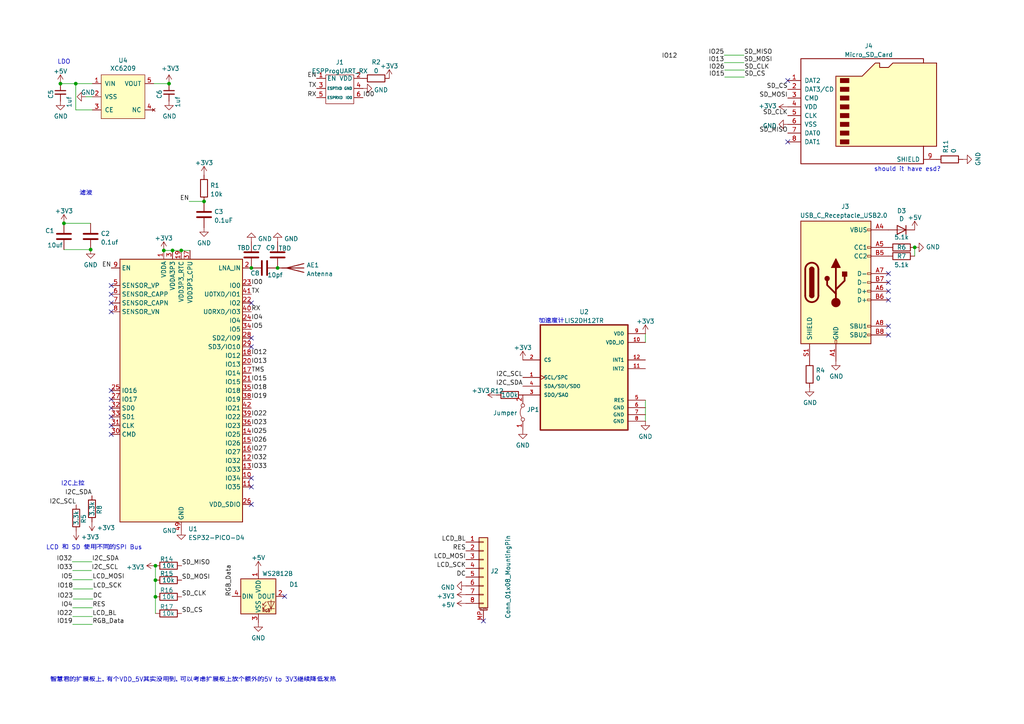
<source format=kicad_sch>
(kicad_sch (version 20211123) (generator eeschema)
  (paper "A4")
  (lib_symbols
    (symbol "Connector:Micro_SD_Card" (pin_names (offset 1.016))
      (property "Reference" "J" (at -16.51 15.24 0))
      (property "Value" "Micro_SD_Card" (at 16.51 15.24 0))
      (symbol "Micro_SD_Card_0_1"
        (rectangle (start -7.62 -9.525) (end -5.08 -10.795) (fill (type outline)))
        (rectangle (start -7.62 -6.985) (end -5.08 -8.255) (fill (type outline)))
        (rectangle (start -7.62 -4.445) (end -5.08 -5.715) (fill (type outline)))
        (rectangle (start -7.62 -1.905) (end -5.08 -3.175) (fill (type outline)))
        (rectangle (start -7.62 0.635) (end -5.08 -0.635) (fill (type outline)))
        (rectangle (start -7.62 3.175) (end -5.08 1.905) (fill (type outline)))
        (rectangle (start -7.62 5.715) (end -5.08 4.445) (fill (type outline)))
        (rectangle (start -7.62 8.255) (end -5.08 6.985) (fill (type outline)))
        (polyline (pts (xy 16.51 12.7) (xy 16.51 13.97) (xy -19.05 13.97) (xy -19.05 -16.51) (xy 16.51 -16.51) (xy 16.51 -11.43)) (stroke (width 0.254)))
        (polyline (pts (xy -8.89 -11.43) (xy -8.89 8.89) (xy -1.27 8.89) (xy 2.54 12.7) (xy 3.81 12.7) (xy 3.81 11.43) (xy 6.35 11.43) (xy 7.62 12.7) (xy 20.32 12.7) (xy 20.32 -11.43) (xy -8.89 -11.43)) (stroke (width 0.254)) (fill (type background)))
      )
      (symbol "Micro_SD_Card_1_1"
        (pin bidirectional line (at -22.86 7.62 0) (length 3.81) (name "DAT2") (number "1"))
        (pin bidirectional line (at -22.86 5.08 0) (length 3.81) (name "DAT3/CD") (number "2"))
        (pin input line (at -22.86 2.54 0) (length 3.81) (name "CMD") (number "3"))
        (pin power_in line (at -22.86 0 0) (length 3.81) (name "VDD") (number "4"))
        (pin input line (at -22.86 -2.54 0) (length 3.81) (name "CLK") (number "5"))
        (pin power_in line (at -22.86 -5.08 0) (length 3.81) (name "VSS") (number "6"))
        (pin bidirectional line (at -22.86 -7.62 0) (length 3.81) (name "DAT0") (number "7"))
        (pin bidirectional line (at -22.86 -10.16 0) (length 3.81) (name "DAT1") (number "8"))
        (pin passive line (at 20.32 -15.24 180) (length 3.81) (name "SHIELD") (number "9"))
      )
    )
    (symbol "Connector:USB_C_Receptacle_USB2.0" (pin_names (offset 1.016))
      (property "Reference" "J" (at -10.16 19.05 0))
      (property "Value" "USB_C_Receptacle_USB2.0" (at 19.05 19.05 0))
      (symbol "USB_C_Receptacle_USB2.0_0_0"
        (rectangle (start -0.254 -17.78) (end 0.254 -16.764))
        (rectangle (start 10.16 -14.986) (end 9.144 -15.494))
        (rectangle (start 10.16 -12.446) (end 9.144 -12.954))
        (rectangle (start 10.16 -4.826) (end 9.144 -5.334))
        (rectangle (start 10.16 -2.286) (end 9.144 -2.794))
        (rectangle (start 10.16 0.254) (end 9.144 -0.254))
        (rectangle (start 10.16 2.794) (end 9.144 2.286))
        (rectangle (start 10.16 7.874) (end 9.144 7.366))
        (rectangle (start 10.16 10.414) (end 9.144 9.906))
        (rectangle (start 10.16 15.494) (end 9.144 14.986))
      )
      (symbol "USB_C_Receptacle_USB2.0_0_1"
        (rectangle (start -10.16 17.78) (end 10.16 -17.78) (stroke (width 0.254)) (fill (type background)))
        (arc (start -8.89 -3.81) (mid -6.985 -5.715) (end -5.08 -3.81) (stroke (width 0.508)))
        (arc (start -7.62 -3.81) (mid -6.985 -4.445) (end -6.35 -3.81) (stroke (width 0.254)))
        (arc (start -7.62 -3.81) (mid -6.985 -4.445) (end -6.35 -3.81) (stroke (width 0.254)) (fill (type outline)))
        (rectangle (start -7.62 -3.81) (end -6.35 3.81) (stroke (width 0.254)) (fill (type outline)))
        (arc (start -6.35 3.81) (mid -6.985 4.445) (end -7.62 3.81) (stroke (width 0.254)))
        (arc (start -6.35 3.81) (mid -6.985 4.445) (end -7.62 3.81) (stroke (width 0.254)) (fill (type outline)))
        (arc (start -5.08 3.81) (mid -6.985 5.715) (end -8.89 3.81) (stroke (width 0.508)))
        (circle (center -2.54 1.143) (radius 0.635) (stroke (width 0.254)) (fill (type outline)))
        (circle (center 0 -5.842) (radius 1.27) (fill (type outline)))
        (polyline (pts (xy -8.89 -3.81) (xy -8.89 3.81)) (stroke (width 0.508)))
        (polyline (pts (xy -5.08 3.81) (xy -5.08 -3.81)) (stroke (width 0.508)))
        (polyline (pts (xy 0 -5.842) (xy 0 4.318)) (stroke (width 0.508)))
        (polyline (pts (xy 0 -3.302) (xy -2.54 -0.762) (xy -2.54 0.508)) (stroke (width 0.508)))
        (polyline (pts (xy 0 -2.032) (xy 2.54 0.508) (xy 2.54 1.778)) (stroke (width 0.508)))
        (polyline (pts (xy -1.27 4.318) (xy 0 6.858) (xy 1.27 4.318) (xy -1.27 4.318)) (stroke (width 0.254)) (fill (type outline)))
        (rectangle (start 1.905 1.778) (end 3.175 3.048) (stroke (width 0.254)) (fill (type outline)))
      )
      (symbol "USB_C_Receptacle_USB2.0_1_1"
        (pin passive line (at 0 -22.86 90) (length 5.08) (name "GND") (number "A1"))
        (pin passive line (at 0 -22.86 90) (length 5.08) hide (name "GND") (number "A12"))
        (pin passive line (at 15.24 15.24 180) (length 5.08) (name "VBUS") (number "A4"))
        (pin bidirectional line (at 15.24 10.16 180) (length 5.08) (name "CC1") (number "A5"))
        (pin bidirectional line (at 15.24 -2.54 180) (length 5.08) (name "D+") (number "A6"))
        (pin bidirectional line (at 15.24 2.54 180) (length 5.08) (name "D-") (number "A7"))
        (pin bidirectional line (at 15.24 -12.7 180) (length 5.08) (name "SBU1") (number "A8"))
        (pin passive line (at 15.24 15.24 180) (length 5.08) hide (name "VBUS") (number "A9"))
        (pin passive line (at 0 -22.86 90) (length 5.08) hide (name "GND") (number "B1"))
        (pin passive line (at 0 -22.86 90) (length 5.08) hide (name "GND") (number "B12"))
        (pin passive line (at 15.24 15.24 180) (length 5.08) hide (name "VBUS") (number "B4"))
        (pin bidirectional line (at 15.24 7.62 180) (length 5.08) (name "CC2") (number "B5"))
        (pin bidirectional line (at 15.24 -5.08 180) (length 5.08) (name "D+") (number "B6"))
        (pin bidirectional line (at 15.24 0 180) (length 5.08) (name "D-") (number "B7"))
        (pin bidirectional line (at 15.24 -15.24 180) (length 5.08) (name "SBU2") (number "B8"))
        (pin passive line (at 15.24 15.24 180) (length 5.08) hide (name "VBUS") (number "B9"))
        (pin passive line (at -7.62 -22.86 90) (length 5.08) (name "SHIELD") (number "S1"))
      )
    )
    (symbol "Connector_Generic_MountingPin:Conn_01x08_MountingPin" (pin_names (offset 1.016) hide)
      (property "Reference" "J" (at 0 10.16 0))
      (property "Value" "Conn_01x08_MountingPin" (at 1.27 -12.7 0))
      (symbol "Conn_01x08_MountingPin_1_1"
        (rectangle (start -1.27 -10.033) (end 0 -10.287) (stroke (width 0.1524)))
        (rectangle (start -1.27 -7.493) (end 0 -7.747) (stroke (width 0.1524)))
        (rectangle (start -1.27 -4.953) (end 0 -5.207) (stroke (width 0.1524)))
        (rectangle (start -1.27 -2.413) (end 0 -2.667) (stroke (width 0.1524)))
        (rectangle (start -1.27 0.127) (end 0 -0.127) (stroke (width 0.1524)))
        (rectangle (start -1.27 2.667) (end 0 2.413) (stroke (width 0.1524)))
        (rectangle (start -1.27 5.207) (end 0 4.953) (stroke (width 0.1524)))
        (rectangle (start -1.27 7.747) (end 0 7.493) (stroke (width 0.1524)))
        (rectangle (start -1.27 8.89) (end 1.27 -11.43) (stroke (width 0.254)) (fill (type background)))
        (polyline (pts (xy -1.016 -12.192) (xy 1.016 -12.192)) (stroke (width 0.1524)))
        (text "Mounting" (at 0 -11.811 0) (effects (font (size 0.381 0.381))))
        (pin passive line (at -5.08 7.62 0) (length 3.81) (name "Pin_1") (number "1"))
        (pin passive line (at -5.08 5.08 0) (length 3.81) (name "Pin_2") (number "2"))
        (pin passive line (at -5.08 2.54 0) (length 3.81) (name "Pin_3") (number "3"))
        (pin passive line (at -5.08 0 0) (length 3.81) (name "Pin_4") (number "4"))
        (pin passive line (at -5.08 -2.54 0) (length 3.81) (name "Pin_5") (number "5"))
        (pin passive line (at -5.08 -5.08 0) (length 3.81) (name "Pin_6") (number "6"))
        (pin passive line (at -5.08 -7.62 0) (length 3.81) (name "Pin_7") (number "7"))
        (pin passive line (at -5.08 -10.16 0) (length 3.81) (name "Pin_8") (number "8"))
        (pin passive line (at 0 -15.24 90) (length 3.048) (name "MountPin") (number "MP"))
      )
    )
    (symbol "Device:Antenna" (pin_numbers hide) (pin_names (offset 1.016) hide)
      (property "Reference" "AE" (at -1.905 1.905 0))
      (property "Value" "Antenna" (at -1.905 0 0))
      (symbol "Antenna_0_1"
        (polyline (pts (xy 0 2.54) (xy 0 -3.81)) (stroke (width 0.254)))
        (polyline (pts (xy 1.27 2.54) (xy 0 -2.54) (xy -1.27 2.54)) (stroke (width 0.254)))
      )
      (symbol "Antenna_1_1"
        (pin input line (at 0 -5.08 90) (length 2.54) (name "A") (number "1"))
      )
    )
    (symbol "Device:C" (pin_numbers hide) (pin_names (offset 0.254))
      (property "Reference" "C" (at 0.635 2.54 0))
      (property "Value" "C" (at 0.635 -2.54 0))
      (symbol "C_0_1"
        (polyline (pts (xy -2.032 -0.762) (xy 2.032 -0.762)) (stroke (width 0.508)))
        (polyline (pts (xy -2.032 0.762) (xy 2.032 0.762)) (stroke (width 0.508)))
      )
      (symbol "C_1_1"
        (pin passive line (at 0 3.81 270) (length 2.794) (name "~") (number "1"))
        (pin passive line (at 0 -3.81 90) (length 2.794) (name "~") (number "2"))
      )
    )
    (symbol "Device:C_Small" (pin_numbers hide) (pin_names (offset 0.254) hide)
      (property "Reference" "C" (at 0.254 1.778 0))
      (property "Value" "C_Small" (at 0.254 -2.032 0))
      (symbol "C_Small_0_1"
        (polyline (pts (xy -1.524 -0.508) (xy 1.524 -0.508)) (stroke (width 0.3302)))
        (polyline (pts (xy -1.524 0.508) (xy 1.524 0.508)) (stroke (width 0.3048)))
      )
      (symbol "C_Small_1_1"
        (pin passive line (at 0 2.54 270) (length 2.032) (name "~") (number "1"))
        (pin passive line (at 0 -2.54 90) (length 2.032) (name "~") (number "2"))
      )
    )
    (symbol "Device:D" (pin_numbers hide) (pin_names (offset 1.016) hide)
      (property "Reference" "D" (at 0 2.54 0))
      (property "Value" "D" (at 0 -2.54 0))
      (symbol "D_0_1"
        (polyline (pts (xy -1.27 1.27) (xy -1.27 -1.27)) (stroke (width 0.254)))
        (polyline (pts (xy 1.27 0) (xy -1.27 0)))
        (polyline (pts (xy 1.27 1.27) (xy 1.27 -1.27) (xy -1.27 0) (xy 1.27 1.27)) (stroke (width 0.254)))
      )
      (symbol "D_1_1"
        (pin passive line (at -3.81 0 0) (length 2.54) (name "K") (number "1"))
        (pin passive line (at 3.81 0 180) (length 2.54) (name "A") (number "2"))
      )
    )
    (symbol "Device:R" (pin_numbers hide) (pin_names (offset 0))
      (property "Reference" "R" (at 2.032 0 90))
      (property "Value" "R" (at 0 0 90))
      (symbol "R_0_1"
        (rectangle (start -1.016 -2.54) (end 1.016 2.54) (stroke (width 0.254)))
      )
      (symbol "R_1_1"
        (pin passive line (at 0 3.81 270) (length 1.27) (name "~") (number "1"))
        (pin passive line (at 0 -3.81 90) (length 1.27) (name "~") (number "2"))
      )
    )
    (symbol "Jumper:Jumper_2_Bridged" (pin_names (offset 0) hide)
      (property "Reference" "JP" (at 0 1.905 0))
      (property "Value" "Jumper_2_Bridged" (at 0 -2.54 0))
      (symbol "Jumper_2_Bridged_0_0"
        (circle (center -2.032 0) (radius 0.508))
        (circle (center 2.032 0) (radius 0.508))
      )
      (symbol "Jumper_2_Bridged_0_1"
        (arc (start 1.524 0.254) (mid 0 0.762) (end -1.524 0.254))
      )
      (symbol "Jumper_2_Bridged_1_1"
        (pin passive line (at -5.08 0 0) (length 2.54) (name "A") (number "1"))
        (pin passive line (at 5.08 0 180) (length 2.54) (name "B") (number "2"))
      )
    )
    (symbol "KisonNew:ESPProgUART_RX"
      (property "Reference" "J" (at -0.127 2.032 0))
      (property "Value" "ESPProgUART_RX" (at 0 0 0))
      (symbol "ESPProgUART_RX_0_1"
        (rectangle (start -3.556 -2.159) (end 4.572 -10.541) (stroke (width 0.1524)))
      )
      (symbol "ESPProgUART_RX_1_1"
        (pin input line (at -6.223 -3.175 0) (length 2.54) (name "EN") (number "1"))
        (pin power_in line (at 7.239 -3.175 180) (length 2.54) (name "VDD") (number "2"))
        (pin input line (at -6.223 -6.096 0) (length 2.54) (name "ESPTXD") (number "3"))
        (pin power_in line (at 7.239 -6.096 180) (length 2.54) (name "GND") (number "4"))
        (pin input line (at -6.223 -8.763 0) (length 2.54) (name "ESPRXD") (number "5"))
        (pin input line (at 7.239 -8.763 180) (length 2.54) (name "IO0") (number "6"))
      )
    )
    (symbol "LED:WS2812B" (pin_names (offset 0.254))
      (property "Reference" "D" (at 5.08 5.715 0))
      (property "Value" "WS2812B" (at 1.27 -5.715 0))
      (symbol "WS2812B_0_0"
        (text "RGB" (at 2.286 -4.191 0) (effects (font (size 0.762 0.762))))
      )
      (symbol "WS2812B_0_1"
        (polyline (pts (xy 1.27 -3.556) (xy 1.778 -3.556)))
        (polyline (pts (xy 1.27 -2.54) (xy 1.778 -2.54)))
        (polyline (pts (xy 4.699 -3.556) (xy 2.667 -3.556)))
        (polyline (pts (xy 2.286 -2.54) (xy 1.27 -3.556) (xy 1.27 -3.048)))
        (polyline (pts (xy 2.286 -1.524) (xy 1.27 -2.54) (xy 1.27 -2.032)))
        (polyline (pts (xy 3.683 -1.016) (xy 3.683 -3.556) (xy 3.683 -4.064)))
        (polyline (pts (xy 4.699 -1.524) (xy 2.667 -1.524) (xy 3.683 -3.556) (xy 4.699 -1.524)))
        (rectangle (start 5.08 5.08) (end -5.08 -5.08) (stroke (width 0.254)) (fill (type background)))
      )
      (symbol "WS2812B_1_1"
        (pin power_in line (at 0 7.62 270) (length 2.54) (name "VDD") (number "1"))
        (pin output line (at 7.62 0 180) (length 2.54) (name "DOUT") (number "2"))
        (pin power_in line (at 0 -7.62 90) (length 2.54) (name "VSS") (number "3"))
        (pin input line (at -7.62 0 0) (length 2.54) (name "DIN") (number "4"))
      )
    )
    (symbol "LIS2DH12TR:LIS2DH12TR" (pin_names (offset 1.016))
      (property "Reference" "U" (at -12.7508 15.2908 0))
      (property "Value" "LIS2DH12TR" (at -12.7508 -17.8562 0))
      (symbol "LIS2DH12TR_0_0"
        (rectangle (start -12.7 -15.24) (end 12.7 15.24) (stroke (width 0.4064)) (fill (type background)))
        (pin bidirectional clock (at -17.78 0 0) (length 5.08) (name "SCL/SPC") (number "1"))
        (pin power_in line (at 17.78 10.16 180) (length 5.08) (name "VDD_IO") (number "10"))
        (pin output line (at 17.78 2.54 180) (length 5.08) (name "INT2") (number "11"))
        (pin output line (at 17.78 5.08 180) (length 5.08) (name "INT1") (number "12"))
        (pin input line (at -17.78 5.08 0) (length 5.08) (name "CS") (number "2"))
        (pin bidirectional line (at -17.78 -5.08 0) (length 5.08) (name "SDO/SAO") (number "3"))
        (pin bidirectional line (at -17.78 -2.54 0) (length 5.08) (name "SDA/SDI/SDO") (number "4"))
        (pin power_in line (at 17.78 -6.604 180) (length 5.08) (name "RES") (number "5"))
        (pin power_in line (at 17.78 -8.763 180) (length 5.08) (name "GND") (number "6"))
        (pin power_in line (at 17.78 -10.795 180) (length 5.08) (name "GND") (number "7"))
        (pin power_in line (at 17.78 -12.7 180) (length 5.08) (name "GND") (number "8"))
        (pin power_in line (at 17.78 12.7 180) (length 5.08) (name "VDD") (number "9"))
      )
    )
    (symbol "RF_Module:ESP32-PICO-D4"
      (property "Reference" "U" (at -17.78 39.37 0))
      (property "Value" "ESP32-PICO-D4" (at 3.81 39.37 0))
      (symbol "ESP32-PICO-D4_0_0"
        (pin power_in line (at -5.08 40.64 270) (length 2.54) (name "VDDA") (number "1"))
        (pin input line (at 20.32 -25.4 180) (length 2.54) (name "IO34") (number "10"))
        (pin input line (at 20.32 -27.94 180) (length 2.54) (name "IO35") (number "11"))
        (pin bidirectional line (at 20.32 -20.32 180) (length 2.54) (name "IO32") (number "12"))
        (pin bidirectional line (at 20.32 -22.86 180) (length 2.54) (name "IO33") (number "13"))
        (pin bidirectional line (at 20.32 -12.7 180) (length 2.54) (name "IO25") (number "14"))
        (pin bidirectional line (at 20.32 -15.24 180) (length 2.54) (name "IO26") (number "15"))
        (pin bidirectional line (at 20.32 -17.78 180) (length 2.54) (name "IO27") (number "16"))
        (pin bidirectional line (at 20.32 5.08 180) (length 2.54) (name "IO14") (number "17"))
        (pin bidirectional line (at 20.32 10.16 180) (length 2.54) (name "IO12") (number "18"))
        (pin power_in line (at 0 40.64 270) (length 2.54) (name "VDD3P3_RTC") (number "19"))
        (pin bidirectional line (at 20.32 35.56 180) (length 2.54) (name "LNA_IN") (number "2"))
        (pin bidirectional line (at 20.32 7.62 180) (length 2.54) (name "IO13") (number "20"))
        (pin bidirectional line (at 20.32 2.54 180) (length 2.54) (name "IO15") (number "21"))
        (pin bidirectional line (at 20.32 25.4 180) (length 2.54) (name "IO2") (number "22"))
        (pin bidirectional line (at 20.32 30.48 180) (length 2.54) (name "IO0") (number "23"))
        (pin bidirectional line (at 20.32 20.32 180) (length 2.54) (name "IO4") (number "24"))
        (pin bidirectional line (at -20.32 0 0) (length 2.54) (name "IO16") (number "25"))
        (pin power_out line (at 20.32 -33.02 180) (length 2.54) (name "VDD_SDIO") (number "26"))
        (pin bidirectional line (at -20.32 -2.54 0) (length 2.54) (name "IO17") (number "27"))
        (pin bidirectional line (at 20.32 15.24 180) (length 2.54) (name "SD2/IO9") (number "28"))
        (pin bidirectional line (at 20.32 12.7 180) (length 2.54) (name "SD3/IO10") (number "29"))
        (pin power_in line (at -2.54 40.64 270) (length 2.54) (name "VDDA3P3") (number "3"))
        (pin bidirectional line (at -20.32 -12.7 0) (length 2.54) (name "CMD") (number "30"))
        (pin bidirectional line (at -20.32 -10.16 0) (length 2.54) (name "CLK") (number "31"))
        (pin bidirectional line (at -20.32 -5.08 0) (length 2.54) (name "SD0") (number "32"))
        (pin bidirectional line (at -20.32 -7.62 0) (length 2.54) (name "SD1") (number "33"))
        (pin bidirectional line (at 20.32 17.78 180) (length 2.54) (name "IO5") (number "34"))
        (pin bidirectional line (at 20.32 0 180) (length 2.54) (name "IO18") (number "35"))
        (pin bidirectional line (at 20.32 -10.16 180) (length 2.54) (name "IO23") (number "36"))
        (pin power_in line (at 2.54 40.64 270) (length 2.54) (name "VDD3P3_CPU") (number "37"))
        (pin bidirectional line (at 20.32 -2.54 180) (length 2.54) (name "IO19") (number "38"))
        (pin bidirectional line (at 20.32 -7.62 180) (length 2.54) (name "IO22") (number "39"))
        (pin passive line (at -2.54 40.64 270) (length 2.54) hide (name "VDDA3P3") (number "4"))
        (pin bidirectional line (at 20.32 22.86 180) (length 2.54) (name "U0RXD/IO3") (number "40"))
        (pin bidirectional line (at 20.32 27.94 180) (length 2.54) (name "U0TXD/IO1") (number "41"))
        (pin bidirectional line (at 20.32 -5.08 180) (length 2.54) (name "IO21") (number "42"))
        (pin passive line (at -5.08 40.64 270) (length 2.54) hide (name "VDDA") (number "43"))
        (pin no_connect line (at -17.78 -25.4 0) (length 2.54) hide (name "XTAL_N_NC") (number "44"))
        (pin no_connect line (at -17.78 -27.94 0) (length 2.54) hide (name "XTAL_P_NC") (number "45"))
        (pin passive line (at -5.08 40.64 270) (length 2.54) hide (name "VDDA") (number "46"))
        (pin no_connect line (at -17.78 -30.48 0) (length 2.54) hide (name "CAP2_NC") (number "47"))
        (pin no_connect line (at -17.78 -33.02 0) (length 2.54) hide (name "CAP1_NC") (number "48"))
        (pin power_in line (at 0 -40.64 90) (length 2.54) (name "GND") (number "49"))
        (pin input line (at -20.32 30.48 0) (length 2.54) (name "SENSOR_VP") (number "5"))
        (pin input line (at -20.32 27.94 0) (length 2.54) (name "SENSOR_CAPP") (number "6"))
        (pin input line (at -20.32 25.4 0) (length 2.54) (name "SENSOR_CAPN") (number "7"))
        (pin input line (at -20.32 22.86 0) (length 2.54) (name "SENSOR_VN") (number "8"))
        (pin input line (at -20.32 35.56 0) (length 2.54) (name "EN") (number "9"))
      )
      (symbol "ESP32-PICO-D4_0_1"
        (rectangle (start -17.78 38.1) (end 17.78 -38.1) (stroke (width 0.254)) (fill (type background)))
      )
    )
    (symbol "open-Smartwatch:XC6209" (pin_names (offset 1.016))
      (property "Reference" "U" (at 0 7.62 0))
      (property "Value" "XC6209" (at 0 -7.62 0))
      (symbol "XC6209_0_1"
        (rectangle (start -6.35 6.35) (end 6.35 -6.35) (fill (type background)))
      )
      (symbol "XC6209_1_1"
        (pin power_in line (at -8.89 3.81 0) (length 2.54) (name "VIN") (number "1"))
        (pin power_in line (at -8.89 0 0) (length 2.54) (name "VSS") (number "2"))
        (pin input line (at -8.89 -3.81 0) (length 2.54) (name "CE") (number "3"))
        (pin no_connect line (at 8.89 -3.81 180) (length 2.54) (name "NC") (number "4"))
        (pin power_out line (at 8.89 3.81 180) (length 2.54) (name "VOUT") (number "5"))
      )
    )
    (symbol "power:+3V3" (power) (pin_names (offset 0))
      (property "Value" "+3V3" (at 0 3.556 0))
      (symbol "+3V3_0_1"
        (polyline (pts (xy -0.762 1.27) (xy 0 2.54)))
        (polyline (pts (xy 0 0) (xy 0 2.54)))
        (polyline (pts (xy 0 2.54) (xy 0.762 1.27)))
      )
      (symbol "+3V3_1_1"
        (pin power_in line (at 0 0 90) (length 0) hide (name "+3V3") (number "1"))
      )
    )
    (symbol "power:+5V" (power) (pin_names (offset 0))
      (property "Value" "+5V" (at 0 3.556 0))
      (symbol "+5V_0_1"
        (polyline (pts (xy -0.762 1.27) (xy 0 2.54)))
        (polyline (pts (xy 0 0) (xy 0 2.54)))
        (polyline (pts (xy 0 2.54) (xy 0.762 1.27)))
      )
      (symbol "+5V_1_1"
        (pin power_in line (at 0 0 90) (length 0) hide (name "+5V") (number "1"))
      )
    )
    (symbol "power:GND" (power) (pin_names (offset 0))
      (property "Value" "GND" (at 0 -3.81 0))
      (symbol "GND_0_1"
        (polyline (pts (xy 0 0) (xy 0 -1.27) (xy 1.27 -1.27) (xy 0 -2.54) (xy -1.27 -1.27) (xy 0 -1.27)))
      )
      (symbol "GND_1_1"
        (pin power_in line (at 0 0 270) (length 0) hide (name "GND") (number "1"))
      )
    )
  )
  (junction (at 52.578 72.644))
  (junction (at 49.022 24.257))
  (junction (at 17.526 24.257))
  (junction (at 45.085 173.101))
  (junction (at 72.898 77.724))
  (junction (at 18.542 64.77))
  (junction (at 80.518 77.724))
  (junction (at 45.085 168.275))
  (junction (at 21.971 24.257))
  (junction (at 50.038 72.644))
  (junction (at 59.182 58.42))
  (junction (at 47.498 72.644))
  (junction (at 26.289 72.39))
  (junction (at 265.303 71.755))
  (junction (at 45.085 164.084))
  (no_connect (at 72.898 98.044))
  (no_connect (at 72.898 100.584))
  (no_connect (at 32.258 82.804))
  (no_connect (at 32.258 85.344))
  (no_connect (at 32.258 87.884))
  (no_connect (at 32.258 90.424))
  (no_connect (at 32.258 113.284))
  (no_connect (at 32.258 115.824))
  (no_connect (at 32.258 118.364))
  (no_connect (at 32.258 120.904))
  (no_connect (at 32.258 123.444))
  (no_connect (at 32.258 125.984))
  (no_connect (at 72.898 138.684))
  (no_connect (at 72.898 141.224))
  (no_connect (at 82.55 172.974))
  (no_connect (at 228.473 41.148))
  (no_connect (at 228.473 23.368))
  (no_connect (at 140.208 180.086))
  (no_connect (at 72.898 87.884))
  (no_connect (at 72.898 146.304))
  (no_connect (at 257.683 79.375))
  (no_connect (at 257.683 97.155))
  (no_connect (at 257.683 94.615))
  (no_connect (at 257.683 84.455))
  (no_connect (at 257.683 86.995))
  (no_connect (at 257.683 81.915))
  (wire (pts (xy 21.082 176.276) (xy 26.797 176.276)))
  (wire (pts (xy 21.209 170.815) (xy 26.924 170.815)))
  (wire (pts (xy 21.082 165.481) (xy 26.543 165.481)))
  (wire (pts (xy 26.797 31.877) (xy 21.971 31.877)))
  (wire (pts (xy 45.085 168.275) (xy 45.085 173.101)))
  (wire (pts (xy 21.082 168.148) (xy 26.797 168.148)))
  (wire (pts (xy 24.892 28.067) (xy 26.797 28.067)))
  (wire (pts (xy 44.577 24.257) (xy 49.022 24.257)))
  (wire (pts (xy 210.185 22.352) (xy 215.9 22.352)))
  (wire (pts (xy 210.058 18.161) (xy 215.773 18.161)))
  (wire (pts (xy 187.198 116.078) (xy 187.198 122.174)))
  (wire (pts (xy 21.082 178.816) (xy 26.797 178.816)))
  (wire (pts (xy 265.303 71.755) (xy 265.303 74.295)))
  (wire (pts (xy 50.038 72.644) (xy 52.578 72.644)))
  (wire (pts (xy 187.198 96.774) (xy 187.198 99.314)))
  (wire (pts (xy 45.085 173.101) (xy 45.085 177.927)))
  (wire (pts (xy 47.498 72.644) (xy 50.038 72.644)))
  (wire (pts (xy 20.955 162.941) (xy 26.67 162.941)))
  (wire (pts (xy 21.971 24.257) (xy 21.971 31.877)))
  (wire (pts (xy 18.542 72.39) (xy 26.289 72.39)))
  (wire (pts (xy 52.578 72.644) (xy 55.118 72.644)))
  (wire (pts (xy 17.526 24.257) (xy 21.971 24.257)))
  (wire (pts (xy 21.209 173.736) (xy 26.924 173.736)))
  (wire (pts (xy 54.864 58.42) (xy 59.182 58.42)))
  (wire (pts (xy 21.971 24.257) (xy 26.797 24.257)))
  (wire (pts (xy 18.542 64.77) (xy 26.289 64.77)))
  (wire (pts (xy 45.085 164.084) (xy 45.085 168.275)))
  (wire (pts (xy 21.082 181.102) (xy 26.797 181.102)))
  (wire (pts (xy 210.058 16.002) (xy 215.773 16.002)))
  (wire (pts (xy 210.185 20.32) (xy 215.9 20.32)))
  (text "滤波" (at 22.987 56.896 0) (effects (font (size 1.27 1.27)) (justify left bottom)))
  (text "I2C上拉" (at 17.653 141.097 0) (effects (font (size 1.27 1.27)) (justify left bottom)))
  (text "加速度计" (at 156.083 93.98 0) (effects (font (size 1.27 1.27)) (justify left bottom)))
  (text "LDO" (at 16.637 18.796 0) (effects (font (size 1.27 1.27)) (justify left bottom)))
  (text "智慧君的扩展板上，有个VDD_5V其实没用到，可以考虑扩展板上放个额外的5V to 3V3继续降低发热" (at 14.478 197.993 0) (effects (font (size 1.27 1.27)) (justify left bottom)))
  (text "LCD 和 SD 使用不同的SPI Bus" (at 13.335 159.639 0) (effects (font (size 1.27 1.27)) (justify left bottom)))
  (text "should it have esd?" (at 253.492 49.911 0) (effects (font (size 1.27 1.27)) (justify left bottom)))
  (label "I2C_SCL" (at 22.098 146.431 180))
  (label "EN" (at 32.258 77.724 180))
  (label "LCD_SCK" (at 135.128 164.846 180))
  (label "SD_CS" (at 228.473 25.908 180))
  (label "IO0" (at 105.283 28.321 0))
  (label "IO5" (at 72.898 95.504 0))
  (label "SD_MOSI" (at 52.705 168.275 0))
  (label "I2C_SCL" (at 26.543 165.481 0))
  (label "IO22" (at 21.082 178.816 180))
  (label "IO4" (at 21.082 176.276 180))
  (label "SD_MISO" (at 52.705 164.084 0))
  (label "IO12" (at 72.898 103.124 0))
  (label "DC" (at 26.924 173.736 0))
  (label "IO13" (at 210.058 18.161 180))
  (label "IO19" (at 72.898 115.824 0))
  (label "EN" (at 54.864 58.42 180))
  (label "RES" (at 135.128 159.766 180))
  (label "IO19" (at 21.082 181.102 180))
  (label "EN" (at 91.821 22.733 180))
  (label "IO18" (at 21.209 170.815 180))
  (label "DC" (at 135.128 167.386 180))
  (label "IO13" (at 72.898 105.664 0))
  (label "RGB_Data" (at 67.31 172.974 90))
  (label "SD_MISO" (at 228.473 38.608 180))
  (label "IO25" (at 72.898 125.984 0))
  (label "LCD_BL" (at 135.128 157.226 180))
  (label "RGB_Data" (at 26.797 181.102 0))
  (label "IO23" (at 21.209 173.736 180))
  (label "LCD_MOSI" (at 26.797 168.148 0))
  (label "IO0" (at 72.898 82.804 0))
  (label "LCD_BL" (at 26.797 178.816 0))
  (label "SD_CLK" (at 228.473 33.528 180))
  (label "LCD_MOSI" (at 135.128 162.306 180))
  (label "IO26" (at 210.185 20.32 180))
  (label "IO18" (at 72.898 113.284 0))
  (label "IO25" (at 210.058 16.002 180))
  (label "SD_CLK" (at 215.9 20.32 0))
  (label "IO32" (at 72.898 133.604 0))
  (label "IO4" (at 72.898 92.964 0))
  (label "IO15" (at 210.185 22.352 180))
  (label "RX" (at 91.821 28.321 180))
  (label "SD_CS" (at 52.705 177.927 0))
  (label "IO12" (at 196.469 17.145 180))
  (label "IO5" (at 21.082 168.148 180))
  (label "I2C_SDA" (at 151.638 112.014 180))
  (label "SD_MOSI" (at 215.773 18.161 0))
  (label "RES" (at 26.797 176.276 0))
  (label "SD_CS" (at 215.9 22.352 0))
  (label "I2C_SCL" (at 151.638 109.474 180))
  (label "IO32" (at 20.955 162.941 180))
  (label "I2C_SDA" (at 26.67 162.941 0))
  (label "RX" (at 72.898 90.424 0))
  (label "IO33" (at 21.082 165.481 180))
  (label "IO15" (at 72.898 110.744 0))
  (label "I2C_SDA" (at 26.67 143.764 180))
  (label "SD_MOSI" (at 228.473 28.448 180))
  (label "LCD_SCK" (at 26.924 170.815 0))
  (label "TX" (at 91.821 25.654 180))
  (label "IO23" (at 72.898 123.444 0))
  (label "TMS" (at 72.898 108.204 0))
  (label "IO22" (at 72.898 120.904 0))
  (label "TX" (at 72.898 85.344 0))
  (label "IO26" (at 72.898 128.524 0))
  (label "SD_MISO" (at 215.773 16.002 0))
  (label "IO33" (at 72.898 136.144 0))
  (label "SD_CLK" (at 52.705 173.101 0))
  (label "IO27" (at 72.898 131.064 0))
  (symbol (lib_id "power:GND") (at 187.198 122.174 0) (unit 1)
    (property "Reference" "#PWR0141" (effects hide))
    (property "Value" "GND" (at 187.198 126.6174 0))
  )
  (symbol (lib_id "power:GND") (at 59.182 66.04 0) (unit 1)
    (property "Reference" "#PWR0108" (effects hide))
    (property "Value" "GND" (at 59.182 70.4834 0))
  )
  (symbol (lib_id "power:+3V3") (at 187.198 96.774 0) (unit 1)
    (property "Reference" "#PWR0143" (effects hide))
    (property "Value" "+3V3" (at 187.198 93.1982 0))
  )
  (symbol (lib_id "Device:R") (at 275.463 46.228 90) (unit 1)
    (property "Reference" "R11" (at 274.2946 44.45 0) (effects (justify left)))
    (property "Value" "0" (at 276.606 44.45 0) (effects (justify left)))
    (property "Footprint" "Resistor_SMD:R_0402_1005Metric" (effects hide))
    (property "LCSC" "C429617" (effects hide))
  )
  (symbol (lib_id "Connector:Micro_SD_Card") (at 251.333 30.988 0) (unit 1)
    (property "Reference" "J4" (at 251.968 13.3182 0))
    (property "Value" "Micro_SD_Card" (at 251.968 15.8551 0))
    (property "Footprint" "KisonNew:C91145" (effects hide))
    (property "Datasheet" "http://katalog.we-online.de/em/datasheet/693072010801.pdf" (effects hide))
  )
  (symbol (lib_id "Device:D") (at 261.493 66.675 0) (mirror y) (unit 1)
    (property "Reference" "D3" (at 261.493 61.1632 0))
    (property "Value" "D" (at 261.493 63.4746 0))
    (property "Footprint" "KisonNew:C8678" (effects hide))
    (property "LCSC" "C8678" (effects hide))
  )
  (symbol (lib_id "KisonNew:ESPProgUART_RX") (at 98.044 19.558 0) (unit 1)
    (property "Reference" "J1" (at 98.552 18.068 0))
    (property "Value" "ESPProgUART_RX" (at 98.552 20.6049 0))
    (property "Footprint" "KisonNew:IDC_1.27mm_6P" (effects hide))
  )
  (symbol (lib_id "power:+3V3") (at 49.022 24.257 0) (unit 1)
    (property "Reference" "#PWR0115" (effects hide))
    (property "Value" "+3V3" (at 49.403 19.8628 0))
  )
  (symbol (lib_id "LED:WS2812B") (at 74.93 172.974 0) (unit 1)
    (property "Reference" "D1" (at 85.2359 169.5156 0))
    (property "Value" "WS2812B" (at 80.518 166.37 0))
    (property "Footprint" "LED_SMD:LED_WS2812B_PLCC4_5.0x5.0mm_P3.2mm" (effects hide))
    (property "Datasheet" "https://cdn-shop.adafruit.com/datasheets/WS2812B.pdf" (effects hide))
  )
  (symbol (lib_id "Device:R") (at 22.098 150.241 180) (unit 1)
    (property "Reference" "R5" (at 24.257 150.495 90))
    (property "Value" "3.3k" (at 22.098 150.241 90))
    (property "Footprint" "Resistor_SMD:R_0402_1005Metric" (effects hide))
    (property "LCSC" "C429617" (effects hide))
  )
  (symbol (lib_id "Connector_Generic_MountingPin:Conn_01x08_MountingPin") (at 140.208 164.846 0) (unit 1)
    (property "Reference" "J2" (at 142.24 165.6369 0) (effects (justify left)))
    (property "Value" "Conn_01x08_MountingPin" (at 147.32 179.451 90) (effects (justify left)))
    (property "Footprint" "Connector_FFC-FPC:TE_0-1734839-8_1x08-1MP_P0.5mm_Horizontal" (effects hide))
  )
  (symbol (lib_id "Device:C") (at 80.518 73.914 0) (unit 1)
    (property "Reference" "C9" (at 77.089 71.882 0) (effects (justify left)))
    (property "Value" "TBD" (at 80.772 72.009 0) (effects (justify left)))
    (property "Footprint" "Capacitor_SMD:C_0402_1005Metric" (effects hide))
    (property "LCSC" "C1591" (effects hide))
  )
  (symbol (lib_id "power:GND") (at 242.443 104.775 0) (unit 1)
    (property "Reference" "#PWR0111" (effects hide))
    (property "Value" "GND" (at 242.57 109.1692 0))
  )
  (symbol (lib_id "power:GND") (at 49.022 29.337 0) (unit 1)
    (property "Reference" "#PWR0117" (effects hide))
    (property "Value" "GND" (at 49.149 33.7312 0))
  )
  (symbol (lib_id "power:+3V3") (at 112.903 22.733 0) (unit 1)
    (property "Reference" "#PWR0102" (effects hide))
    (property "Value" "+3V3" (at 112.903 19.1572 0))
  )
  (symbol (lib_id "power:GND") (at 24.892 28.067 270) (unit 1)
    (property "Reference" "#PWR0113" (effects hide))
    (property "Value" "GND" (at 25.527 26.797 90))
  )
  (symbol (lib_id "power:+3V3") (at 144.018 114.554 90) (unit 1)
    (property "Reference" "#PWR0140" (effects hide))
    (property "Value" "+3V3" (at 136.779 113.284 90) (effects (justify right)))
  )
  (symbol (lib_id "power:GND") (at 228.473 36.068 270) (unit 1)
    (property "Reference" "#PWR0129" (effects hide))
    (property "Value" "GND" (at 225.2981 36.5018 90) (effects (justify right)))
  )
  (symbol (lib_id "power:+5V") (at 17.526 24.257 0) (unit 1)
    (property "Reference" "#PWR0112" (effects hide))
    (property "Value" "+5V" (at 17.526 20.6812 0))
  )
  (symbol (lib_id "power:+3V3") (at 18.542 64.77 0) (unit 1)
    (property "Reference" "#PWR0103" (effects hide))
    (property "Value" "+3V3" (at 18.542 61.1942 0))
  )
  (symbol (lib_id "Device:C") (at 59.182 62.23 0) (unit 1)
    (property "Reference" "C3" (at 62.103 61.3953 0) (effects (justify left)))
    (property "Value" "0.1uF" (at 62.103 63.9322 0) (effects (justify left)))
    (property "Footprint" "Capacitor_SMD:C_0402_1005Metric" (effects hide))
    (property "LCSC" "C1591" (effects hide))
  )
  (symbol (lib_id "Device:R") (at 48.895 173.101 90) (unit 1)
    (property "Reference" "R16" (at 50.292 171.196 90) (effects (justify left)))
    (property "Value" "10k" (at 50.673 173.101 90) (effects (justify left)))
    (property "Footprint" "Resistor_SMD:R_0402_1005Metric" (effects hide))
    (property "LCSC" "C429617" (effects hide))
  )
  (symbol (lib_id "Device:C_Small") (at 49.022 26.797 0) (unit 1)
    (property "Reference" "C6" (at 46.228 28.702 90) (effects (justify left)))
    (property "Value" "1uf" (at 51.562 31.242 90) (effects (justify left)))
    (property "Footprint" "Capacitor_SMD:C_0402_1005Metric" (effects hide))
  )
  (symbol (lib_id "power:GND") (at 26.289 72.39 0) (unit 1)
    (property "Reference" "#PWR0119" (effects hide))
    (property "Value" "GND" (at 26.289 76.8334 0))
  )
  (symbol (lib_id "power:GND") (at 17.526 29.337 0) (unit 1)
    (property "Reference" "#PWR0114" (effects hide))
    (property "Value" "GND" (at 17.653 33.7312 0))
  )
  (symbol (lib_id "power:+3V3") (at 22.098 154.051 180) (unit 1)
    (property "Reference" "#PWR0116" (effects hide))
    (property "Value" "+3V3" (at 23.495 155.7548 0) (effects (justify right)))
  )
  (symbol (lib_id "power:GND") (at 234.823 112.395 0) (unit 1)
    (property "Reference" "#PWR0110" (effects hide))
    (property "Value" "GND" (at 234.95 116.7892 0))
  )
  (symbol (lib_id "power:+3V3") (at 59.182 50.8 0) (unit 1)
    (property "Reference" "#PWR0107" (effects hide))
    (property "Value" "+3V3" (at 59.182 47.2242 0))
  )
  (symbol (lib_id "power:GND") (at 74.93 180.594 0) (unit 1)
    (property "Reference" "#PWR0121" (effects hide))
    (property "Value" "GND" (at 74.93 185.0374 0))
  )
  (symbol (lib_id "power:+3V3") (at 151.638 104.394 0) (unit 1)
    (property "Reference" "#PWR0139" (effects hide))
    (property "Value" "+3V3" (at 151.638 100.8182 0))
  )
  (symbol (lib_id "power:GND") (at 52.578 153.924 0) (unit 1)
    (property "Reference" "#PWR0106" (effects hide))
    (property "Value" "GND" (at 47.117 153.924 0) (effects (justify left)))
  )
  (symbol (lib_id "power:GND") (at 279.273 46.228 90) (unit 1)
    (property "Reference" "#PWR0127" (effects hide))
    (property "Value" "GND" (at 283.6672 46.101 0))
  )
  (symbol (lib_id "power:+5V") (at 74.93 165.354 0) (unit 1)
    (property "Reference" "#PWR0122" (effects hide))
    (property "Value" "+5V" (at 74.93 161.7782 0))
  )
  (symbol (lib_id "Device:R") (at 261.493 74.295 270) (unit 1)
    (property "Reference" "R7" (at 261.493 74.295 90))
    (property "Value" "5.1k" (at 261.493 76.835 90))
    (property "Footprint" "Resistor_SMD:R_0402_1005Metric" (effects hide))
    (property "LCSC" "C325524" (effects hide))
  )
  (symbol (lib_id "Device:R") (at 59.182 54.61 0) (unit 1)
    (property "Reference" "R1" (at 60.96 53.7753 0) (effects (justify left)))
    (property "Value" "10k" (at 60.96 56.3122 0) (effects (justify left)))
    (property "Footprint" "Resistor_SMD:R_0402_1005Metric" (effects hide))
  )
  (symbol (lib_id "Device:R") (at 261.493 71.755 270) (unit 1)
    (property "Reference" "R6" (at 261.493 71.755 90))
    (property "Value" "5.1k" (at 261.493 68.8086 90))
    (property "Footprint" "Resistor_SMD:R_0402_1005Metric" (effects hide))
    (property "LCSC" "C325524" (effects hide))
  )
  (symbol (lib_id "Device:R") (at 147.828 114.554 270) (unit 1)
    (property "Reference" "R12" (at 144.145 113.411 90))
    (property "Value" "100k" (at 147.828 114.554 90))
    (property "Footprint" "Resistor_SMD:R_0402_1005Metric" (effects hide))
    (property "LCSC" "C429617" (effects hide))
  )
  (symbol (lib_id "power:+5V") (at 135.128 175.006 90) (unit 1)
    (property "Reference" "#PWR0130" (effects hide))
    (property "Value" "+5V" (at 131.9531 175.4398 90) (effects (justify left)))
  )
  (symbol (lib_id "Device:R") (at 26.67 147.574 180) (unit 1)
    (property "Reference" "R8" (at 28.829 147.828 90))
    (property "Value" "3.3k" (at 26.67 147.574 90))
    (property "Footprint" "Resistor_SMD:R_0402_1005Metric" (effects hide))
    (property "LCSC" "C429617" (effects hide))
  )
  (symbol (lib_id "power:+5V") (at 265.303 66.675 0) (unit 1)
    (property "Reference" "#PWR0118" (effects hide))
    (property "Value" "+5V" (at 265.303 63.0992 0))
  )
  (symbol (lib_id "power:+3V3") (at 47.498 72.644 0) (unit 1)
    (property "Reference" "#PWR0104" (effects hide))
    (property "Value" "+3V3" (at 47.498 69.0682 0))
  )
  (symbol (lib_id "power:GND") (at 80.518 70.104 180) (unit 1)
    (property "Reference" "#PWR0147" (effects hide))
    (property "Value" "GND" (at 82.423 69.2678 0) (effects (justify right)))
  )
  (symbol (lib_id "Device:R") (at 48.895 168.275 90) (unit 1)
    (property "Reference" "R15" (at 50.292 166.37 90) (effects (justify left)))
    (property "Value" "10k" (at 50.673 168.275 90) (effects (justify left)))
    (property "Footprint" "Resistor_SMD:R_0402_1005Metric" (effects hide))
    (property "LCSC" "C429617" (effects hide))
  )
  (symbol (lib_id "Jumper:Jumper_2_Bridged") (at 151.638 119.634 90) (unit 1)
    (property "Reference" "JP1" (at 152.781 118.7993 90) (effects (justify right)))
    (property "Value" "Jumper" (at 143.002 119.761 90) (effects (justify right)))
    (property "Footprint" "Resistor_SMD:R_0402_1005Metric" (effects hide))
  )
  (symbol (lib_id "Device:C") (at 72.898 73.914 0) (unit 1)
    (property "Reference" "C7" (at 73.152 71.882 0) (effects (justify left)))
    (property "Value" "TBD" (at 68.834 71.882 0) (effects (justify left)))
    (property "Footprint" "Capacitor_SMD:C_0402_1005Metric" (effects hide))
    (property "LCSC" "C1591" (effects hide))
  )
  (symbol (lib_id "power:GND") (at 265.303 71.755 90) (unit 1)
    (property "Reference" "#PWR0109" (effects hide))
    (property "Value" "GND" (at 268.5542 71.628 90) (effects (justify right)))
  )
  (symbol (lib_id "power:GND") (at 135.128 169.926 270) (unit 1)
    (property "Reference" "#PWR0132" (effects hide))
    (property "Value" "GND" (at 131.9531 170.3598 90) (effects (justify right)))
  )
  (symbol (lib_id "power:+3V3") (at 228.473 30.988 90) (unit 1)
    (property "Reference" "#PWR0120" (effects hide))
    (property "Value" "+3V3" (at 225.298 30.734 90) (effects (justify left)))
  )
  (symbol (lib_id "Device:Antenna") (at 85.598 77.724 270) (unit 1)
    (property "Reference" "AE1" (at 88.9 76.8893 90) (effects (justify left)))
    (property "Value" "Antenna" (at 88.9 79.4262 90) (effects (justify left)))
    (property "Footprint" "RF_Antenna:Texas_SWRA117D_2.4GHz_Right" (effects hide))
  )
  (symbol (lib_id "power:GND") (at 105.283 25.654 90) (unit 1)
    (property "Reference" "#PWR0101" (effects hide))
    (property "Value" "GND" (at 108.458 26.0878 90) (effects (justify right)))
  )
  (symbol (lib_id "power:+3V3") (at 135.128 172.466 90) (unit 1)
    (property "Reference" "#PWR0131" (effects hide))
    (property "Value" "+3V3" (at 131.953 172.8998 90) (effects (justify left)))
  )
  (symbol (lib_id "power:GND") (at 151.638 124.714 0) (unit 1)
    (property "Reference" "#PWR0142" (effects hide))
    (property "Value" "GND" (at 151.638 129.1574 0))
  )
  (symbol (lib_id "Device:C") (at 26.289 68.58 0) (unit 1)
    (property "Reference" "C2" (at 29.21 67.7453 0) (effects (justify left)))
    (property "Value" "0.1uf" (at 29.21 70.2822 0) (effects (justify left)))
    (property "Footprint" "Capacitor_SMD:C_0402_1005Metric" (effects hide))
  )
  (symbol (lib_id "power:+3V3") (at 45.085 164.084 90) (unit 1)
    (property "Reference" "#PWR0148" (effects hide))
    (property "Value" "+3V3" (at 41.91 164.5178 90) (effects (justify left)))
  )
  (symbol (lib_id "RF_Module:ESP32-PICO-D4") (at 52.578 113.284 0) (unit 1)
    (property "Reference" "U1" (at 54.5974 153.4144 0) (effects (justify left)))
    (property "Value" "ESP32-PICO-D4" (at 54.5974 155.9513 0) (effects (justify left)))
    (property "Footprint" "Package_DFN_QFN:QFN-48-1EP_7x7mm_P0.5mm_EP5.3x5.3mm" (effects hide))
    (property "Datasheet" "https://www.espressif.com/sites/default/files/documentation/esp32-pico-d4_datasheet_en.pdf" (effects hide))
  )
  (symbol (lib_id "Device:R") (at 234.823 108.585 0) (unit 1)
    (property "Reference" "R4" (at 236.601 107.4166 0) (effects (justify left)))
    (property "Value" "0" (at 236.601 109.728 0) (effects (justify left)))
    (property "Footprint" "Resistor_SMD:R_0402_1005Metric" (effects hide))
    (property "LCSC" "C429617" (effects hide))
  )
  (symbol (lib_id "LIS2DH12TR:LIS2DH12TR") (at 169.418 109.474 0) (unit 1)
    (property "Reference" "U2" (at 169.418 90.458 0))
    (property "Value" "LIS2DH12TR" (at 169.418 92.9949 0))
    (property "Footprint" "PQFN50P200X200100-12N" (effects hide))
    (property "PACKAGE" "LGA-12 STMicroelectronics" (effects hide))
    (property "MF" "STMicroelectronics" (effects hide))
    (property "AVAILABILITY" "Good" (effects hide))
    (property "DESCRIPTION" "MEMS digital output motion sensor: ultra low-power high performance 3-axes femto accelerometer" (effects hide))
    (property "MP" "LIS2DH12TR" (effects hide))
    (property "PRICE" "0.87 USD" (effects hide))
  )
  (symbol (lib_id "Device:C") (at 76.708 77.724 90) (unit 1)
    (property "Reference" "C8" (at 75.311 79.248 90) (effects (justify left)))
    (property "Value" "10pf" (at 82.042 79.756 90) (effects (justify left)))
    (property "Footprint" "Capacitor_SMD:C_0402_1005Metric" (effects hide))
    (property "LCSC" "C1591" (effects hide))
  )
  (symbol (lib_id "Device:C_Small") (at 17.526 26.797 0) (unit 1)
    (property "Reference" "C5" (at 14.732 28.702 90) (effects (justify left)))
    (property "Value" "1uf" (at 20.066 31.242 90) (effects (justify left)))
    (property "Footprint" "Capacitor_SMD:C_0402_1005Metric" (effects hide))
  )
  (symbol (lib_id "Device:R") (at 48.895 164.084 90) (unit 1)
    (property "Reference" "R14" (at 50.292 162.179 90) (effects (justify left)))
    (property "Value" "10k" (at 50.673 164.084 90) (effects (justify left)))
    (property "Footprint" "Resistor_SMD:R_0402_1005Metric" (effects hide))
    (property "LCSC" "C429617" (effects hide))
  )
  (symbol (lib_id "power:+3V3") (at 26.67 151.384 180) (unit 1)
    (property "Reference" "#PWR0138" (effects hide))
    (property "Value" "+3V3" (at 28.067 153.0878 0) (effects (justify right)))
  )
  (symbol (lib_id "power:GND") (at 72.898 70.104 180) (unit 1)
    (property "Reference" "#PWR0146" (effects hide))
    (property "Value" "GND" (at 74.803 69.2678 0) (effects (justify right)))
  )
  (symbol (lib_id "Connector:USB_C_Receptacle_USB2.0") (at 242.443 81.915 0) (unit 1)
    (property "Reference" "J3" (at 245.1608 59.8932 0))
    (property "Value" "USB_C_Receptacle_USB2.0" (at 244.729 62.484 0))
    (property "Footprint" "Connector_USB:USB_C_Receptacle_HRO_TYPE-C-31-M-12" (effects hide))
    (property "Datasheet" "https://www.usb.org/sites/default/files/documents/usb_type-c.zip" (effects hide))
    (property "LCSC" "C165948" (effects hide))
  )
  (symbol (lib_id "Device:C") (at 18.542 68.58 0) (unit 1)
    (property "Reference" "C1" (at 13.081 66.929 0) (effects (justify left)))
    (property "Value" "10uf" (at 13.716 71.12 0) (effects (justify left)))
    (property "Footprint" "Capacitor_SMD:C_0603_1608Metric" (effects hide))
  )
  (symbol (lib_id "open-Smartwatch:XC6209") (at 35.687 28.067 0) (unit 1)
    (property "Reference" "U4" (at 35.687 17.526 0))
    (property "Value" "XC6209" (at 35.687 19.8374 0))
    (property "Footprint" "Package_TO_SOT_SMD:SOT-23-5" (effects hide))
  )
  (symbol (lib_id "Device:R") (at 48.895 177.927 90) (unit 1)
    (property "Reference" "R17" (at 50.292 176.022 90) (effects (justify left)))
    (property "Value" "10k" (at 50.673 177.927 90) (effects (justify left)))
    (property "Footprint" "Resistor_SMD:R_0402_1005Metric" (effects hide))
    (property "LCSC" "C429617" (effects hide))
  )
  (symbol (lib_id "Device:R") (at 109.093 22.733 270) (mirror x) (unit 1)
    (property "Reference" "R2" (at 109.093 18.0172 90))
    (property "Value" "0" (at 109.093 20.5541 90))
    (property "Footprint" "Resistor_SMD:R_0402_1005Metric" (effects hide))
  )
)
</source>
